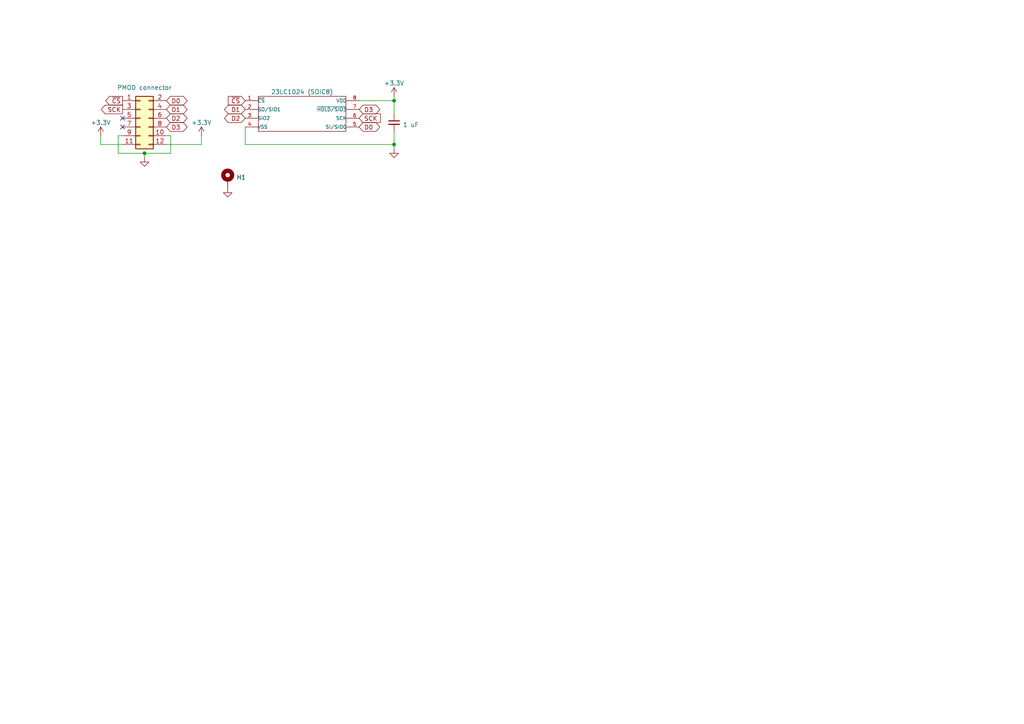
<source format=kicad_sch>
(kicad_sch (version 20230121) (generator eeschema)
  (paper "A4")
  (lib_symbols
    (symbol "Connector_Generic:Conn_02x06_Odd_Even" (pin_names (offset 1.016) hide)
      (property "Reference" "J" (at 1.27 7.62 0))
      (property "Value" "Conn_02x06_Odd_Even" (at 1.27 -10.16 0))
      (symbol "Conn_02x06_Odd_Even_1_1"
        (rectangle (start -1.27 -7.493) (end 0 -7.747) (stroke (width 0.1524)))
        (rectangle (start -1.27 -4.953) (end 0 -5.207) (stroke (width 0.1524)))
        (rectangle (start -1.27 -2.413) (end 0 -2.667) (stroke (width 0.1524)))
        (rectangle (start -1.27 0.127) (end 0 -0.127) (stroke (width 0.1524)))
        (rectangle (start -1.27 2.667) (end 0 2.413) (stroke (width 0.1524)))
        (rectangle (start -1.27 5.207) (end 0 4.953) (stroke (width 0.1524)))
        (rectangle (start -1.27 6.35) (end 3.81 -8.89) (stroke (width 0.254)) (fill (type background)))
        (rectangle (start 3.81 -7.493) (end 2.54 -7.747) (stroke (width 0.1524)))
        (rectangle (start 3.81 -4.953) (end 2.54 -5.207) (stroke (width 0.1524)))
        (rectangle (start 3.81 -2.413) (end 2.54 -2.667) (stroke (width 0.1524)))
        (rectangle (start 3.81 0.127) (end 2.54 -0.127) (stroke (width 0.1524)))
        (rectangle (start 3.81 2.667) (end 2.54 2.413) (stroke (width 0.1524)))
        (rectangle (start 3.81 5.207) (end 2.54 4.953) (stroke (width 0.1524)))
        (pin passive line (at -5.08 5.08 0) (length 3.81) (name "Pin_1") (number "1"))
        (pin passive line (at 7.62 -5.08 180) (length 3.81) (name "Pin_10") (number "10"))
        (pin passive line (at -5.08 -7.62 0) (length 3.81) (name "Pin_11") (number "11"))
        (pin passive line (at 7.62 -7.62 180) (length 3.81) (name "Pin_12") (number "12"))
        (pin passive line (at 7.62 5.08 180) (length 3.81) (name "Pin_2") (number "2"))
        (pin passive line (at -5.08 2.54 0) (length 3.81) (name "Pin_3") (number "3"))
        (pin passive line (at 7.62 2.54 180) (length 3.81) (name "Pin_4") (number "4"))
        (pin passive line (at -5.08 0 0) (length 3.81) (name "Pin_5") (number "5"))
        (pin passive line (at 7.62 0 180) (length 3.81) (name "Pin_6") (number "6"))
        (pin passive line (at -5.08 -2.54 0) (length 3.81) (name "Pin_7") (number "7"))
        (pin passive line (at 7.62 -2.54 180) (length 3.81) (name "Pin_8") (number "8"))
        (pin passive line (at -5.08 -5.08 0) (length 3.81) (name "Pin_9") (number "9"))
      )
    )
    (symbol "Device:C_Small" (pin_numbers hide) (pin_names (offset 0.254) hide)
      (property "Reference" "C" (at 0.254 1.778 0))
      (property "Value" "C_Small" (at 0.254 -2.032 0))
      (symbol "C_Small_0_1"
        (polyline (pts (xy -1.524 -0.508) (xy 1.524 -0.508)) (stroke (width 0.3302)))
        (polyline (pts (xy -1.524 0.508) (xy 1.524 0.508)) (stroke (width 0.3048)))
      )
      (symbol "C_Small_1_1"
        (pin passive line (at 0 2.54 270) (length 2.032) (name "~") (number "1"))
        (pin passive line (at 0 -2.54 90) (length 2.032) (name "~") (number "2"))
      )
    )
    (symbol "MCU-23LC1024T-E_ST_TSSOP8_:MCU-23LC1024T-E{slash}ST(TSSOP8)" (pin_names (offset 1.016))
      (property "Reference" "U" (at -6.3582 6.3582 0))
      (property "Value" "MCU-23LC1024T-E{slash}ST(TSSOP8)" (at -5.0805 -6.3506 0))
      (symbol "MCU-23LC1024T-E{slash}ST(TSSOP8)_0_0"
        (polyline (pts (xy -15.24 -3.81) (xy -13.97 -3.81)) (stroke (width 0.1524)))
        (polyline (pts (xy -15.24 -1.27) (xy -13.97 -1.27)) (stroke (width 0.1524)))
        (polyline (pts (xy -15.24 1.27) (xy -13.97 1.27)) (stroke (width 0.1524)))
        (polyline (pts (xy -15.24 3.81) (xy -13.97 3.81)) (stroke (width 0.1524)))
        (polyline (pts (xy -13.97 -5.08) (xy -13.97 -3.81)) (stroke (width 0.1524)))
        (polyline (pts (xy -13.97 -3.81) (xy -13.97 -1.27)) (stroke (width 0.1524)))
        (polyline (pts (xy -13.97 -1.27) (xy -13.97 1.27)) (stroke (width 0.1524)))
        (polyline (pts (xy -13.97 1.27) (xy -13.97 3.81)) (stroke (width 0.1524)))
        (polyline (pts (xy -13.97 3.81) (xy -13.97 5.08)) (stroke (width 0.1524)))
        (polyline (pts (xy -13.97 5.08) (xy 11.43 5.08)) (stroke (width 0.1524)))
        (polyline (pts (xy 11.43 -5.08) (xy -13.97 -5.08)) (stroke (width 0.1524)))
        (polyline (pts (xy 11.43 -3.81) (xy 11.43 -5.08)) (stroke (width 0.1524)))
        (polyline (pts (xy 11.43 -1.27) (xy 11.43 -3.81)) (stroke (width 0.1524)))
        (polyline (pts (xy 11.43 1.27) (xy 11.43 -1.27)) (stroke (width 0.1524)))
        (polyline (pts (xy 11.43 3.81) (xy 11.43 1.27)) (stroke (width 0.1524)))
        (polyline (pts (xy 11.43 5.08) (xy 11.43 3.81)) (stroke (width 0.1524)))
        (polyline (pts (xy 12.7 -3.81) (xy 11.43 -3.81)) (stroke (width 0.1524)))
        (polyline (pts (xy 12.7 -1.27) (xy 11.43 -1.27)) (stroke (width 0.1524)))
        (polyline (pts (xy 12.7 1.27) (xy 11.43 1.27)) (stroke (width 0.1524)))
        (polyline (pts (xy 12.7 3.81) (xy 11.43 3.81)) (stroke (width 0.1524)))
        (pin bidirectional line (at -17.78 3.81 0) (length 2.54) (name "~{CS}") (number "1"))
        (pin bidirectional line (at -17.78 1.27 0) (length 2.54) (name "SO/SIO1") (number "2"))
        (pin bidirectional line (at -17.78 -1.27 0) (length 2.54) (name "SIO2") (number "3"))
        (pin bidirectional line (at -17.78 -3.81 0) (length 2.54) (name "VSS") (number "4"))
        (pin bidirectional line (at 15.24 -3.81 180) (length 2.54) (name "SI/SIO0") (number "5"))
        (pin bidirectional line (at 15.24 -1.27 180) (length 2.54) (name "SCK") (number "6"))
        (pin bidirectional line (at 15.24 1.27 180) (length 2.54) (name "~{HOLD/SIO3}") (number "7"))
        (pin bidirectional line (at 15.24 3.81 180) (length 2.54) (name "VDD") (number "8"))
      )
    )
    (symbol "Mechanical:MountingHole_Pad" (pin_numbers hide) (pin_names (offset 1.016) hide)
      (property "Reference" "H" (at 0 6.35 0))
      (property "Value" "MountingHole_Pad" (at 0 4.445 0))
      (symbol "MountingHole_Pad_0_1"
        (circle (center 0 1.27) (radius 1.27) (stroke (width 1.27)))
      )
      (symbol "MountingHole_Pad_1_1"
        (pin input line (at 0 -2.54 90) (length 2.54) (name "1") (number "1"))
      )
    )
    (symbol "power:+3.3V" (power) (pin_names (offset 0))
      (property "Value" "+3.3V" (at 0 3.556 0))
      (symbol "+3.3V_0_1"
        (polyline (pts (xy -0.762 1.27) (xy 0 2.54)))
        (polyline (pts (xy 0 0) (xy 0 2.54)))
        (polyline (pts (xy 0 2.54) (xy 0.762 1.27)))
      )
      (symbol "+3.3V_1_1"
        (pin power_in line (at 0 0 90) (length 0) hide (name "+3.3V") (number "1"))
      )
    )
    (symbol "power:GND" (power) (pin_names (offset 0))
      (property "Value" "GND" (at 0 -3.81 0))
      (symbol "GND_0_1"
        (polyline (pts (xy 0 0) (xy 0 -1.27) (xy 1.27 -1.27) (xy 0 -2.54) (xy -1.27 -1.27) (xy 0 -1.27)))
      )
      (symbol "GND_1_1"
        (pin power_in line (at 0 0 270) (length 0) hide (name "GND") (number "1"))
      )
    )
  )
  (junction (at 114.3 29.21))
  (junction (at 41.91 44.45))
  (junction (at 114.3 41.91))
  (no_connect (at 35.56 34.29))
  (no_connect (at 35.56 36.83))
  (wire (pts (xy 71.12 41.91) (xy 114.3 41.91)))
  (wire (pts (xy 114.3 41.91) (xy 114.3 43.18)))
  (wire (pts (xy 48.26 41.91) (xy 58.42 41.91)))
  (wire (pts (xy 49.53 44.45) (xy 49.53 39.37)))
  (wire (pts (xy 35.56 41.91) (xy 29.21 41.91)))
  (wire (pts (xy 114.3 27.94) (xy 114.3 29.21)))
  (wire (pts (xy 114.3 33.02) (xy 114.3 29.21)))
  (wire (pts (xy 48.26 39.37) (xy 49.53 39.37)))
  (wire (pts (xy 34.29 44.45) (xy 41.91 44.45)))
  (wire (pts (xy 35.56 39.37) (xy 34.29 39.37)))
  (wire (pts (xy 114.3 29.21) (xy 104.14 29.21)))
  (wire (pts (xy 114.3 38.1) (xy 114.3 41.91)))
  (wire (pts (xy 41.91 44.45) (xy 49.53 44.45)))
  (wire (pts (xy 29.21 39.37) (xy 29.21 41.91)))
  (wire (pts (xy 58.42 41.91) (xy 58.42 39.37)))
  (wire (pts (xy 34.29 39.37) (xy 34.29 44.45)))
  (wire (pts (xy 71.12 36.83) (xy 71.12 41.91)))
  (wire (pts (xy 41.91 45.72) (xy 41.91 44.45)))
  (global_label "D2" (shape bidirectional) (at 48.26 34.29 0) (property "Intersheetrefs" "${INTERSHEET_REFS}" (effects hide)))
  (global_label "~{CS}" (shape output) (at 35.56 29.21 180) (property "Intersheetrefs" "${INTERSHEET_REFS}" (effects hide)))
  (global_label "D1" (shape bidirectional) (at 48.26 31.75 0) (property "Intersheetrefs" "${INTERSHEET_REFS}" (effects hide)))
  (global_label "D3" (shape bidirectional) (at 48.26 36.83 0) (property "Intersheetrefs" "${INTERSHEET_REFS}" (effects hide)))
  (global_label "D0" (shape bidirectional) (at 48.26 29.21 0) (property "Intersheetrefs" "${INTERSHEET_REFS}" (effects hide)))
  (global_label "~{CS}" (shape input) (at 71.12 29.21 180) (property "Intersheetrefs" "${INTERSHEET_REFS}" (effects hide)))
  (global_label "D2" (shape bidirectional) (at 71.12 34.29 180) (property "Intersheetrefs" "${INTERSHEET_REFS}" (effects hide)))
  (global_label "D3" (shape bidirectional) (at 104.14 31.75 0) (property "Intersheetrefs" "${INTERSHEET_REFS}" (effects hide)))
  (global_label "SCK" (shape output) (at 35.56 31.75 180) (property "Intersheetrefs" "${INTERSHEET_REFS}" (effects hide)))
  (global_label "SCK" (shape input) (at 104.14 34.29 0) (property "Intersheetrefs" "${INTERSHEET_REFS}" (effects hide)))
  (global_label "D0" (shape bidirectional) (at 104.14 36.83 0) (property "Intersheetrefs" "${INTERSHEET_REFS}" (effects hide)))
  (global_label "D1" (shape bidirectional) (at 71.12 31.75 180) (property "Intersheetrefs" "${INTERSHEET_REFS}" (effects hide)))
  (symbol (lib_id "power:GND") (at 41.91 45.72 0) (unit 1)
    (property "Reference" "#PWR04" (effects hide))
    (property "Value" "GND" (effects hide))
  )
  (symbol (lib_id "Mechanical:MountingHole_Pad") (at 66.04 52.07 0) (unit 1)
    (property "Reference" "H1" (at 68.58 51.435 0) (effects (justify left)))
    (property "Value" "MountingHole_Pad" (effects hide))
    (property "Footprint" "MountingHole:MountingHole_2.2mm_M2" (effects hide))
  )
  (symbol (lib_id "MCU-23LC1024T-E_ST_TSSOP8_:MCU-23LC1024T-E{slash}ST(TSSOP8)") (at 88.9 33.02 0) (unit 1)
    (property "Reference" "U1" (effects hide))
    (property "Value" "23LC1024 (SOIC8)" (at 87.63 26.67 0))
    (property "Footprint" "Package_SO:SOIC-8_3.9x4.9mm_P1.27mm" (effects hide))
    (property "MF" "Microchip" (effects hide))
    (property "Description" "\nSRAM Memory IC 1Mb (128K x 8) SPI - Quad I/O 16 MHz 8-TSSOP\n" (effects hide))
    (property "Package" "TSSOP-8 Microchip" (effects hide))
    (property "MPN" "23LC1024T-E/ST" (effects hide))
    (property "Price" "None" (effects hide))
    (property "VALUE" "SRAM 1MB 20MHZ 1.8-5.5V" (effects hide))
    (property "SnapEDA_Link" "https://www.snapeda.com/parts/23LC1024T-E/ST/Microchip/view-part/?ref=snap" (effects hide))
    (property "MP" "23LC1024T-E/ST" (effects hide))
    (property "Purchase-URL" "https://pricing.snapeda.com/search?q=23LC1024T-E/ST&ref=eda" (effects hide))
    (property "Availability" "In Stock" (effects hide))
    (property "Check_prices" "https://www.snapeda.com/parts/23LC1024T-E/ST/Microchip/view-part/?ref=eda" (effects hide))
  )
  (symbol (lib_id "Device:C_Small") (at 114.3 35.56 0) (unit 1)
    (property "Reference" "C1" (effects hide))
    (property "Value" "1 uF" (at 116.84 36.2013 0) (effects (justify left)))
    (property "Footprint" "Capacitor_SMD:C_0402_1005Metric" (effects hide))
  )
  (symbol (lib_id "power:GND") (at 114.3 43.18 0) (unit 1)
    (property "Reference" "#PWR01" (effects hide))
    (property "Value" "GND" (effects hide))
  )
  (symbol (lib_id "power:+3.3V") (at 114.3 27.94 0) (unit 1)
    (property "Reference" "#PWR02" (effects hide))
    (property "Value" "+3.3V" (at 114.3 24.13 0))
  )
  (symbol (lib_id "Connector_Generic:Conn_02x06_Odd_Even") (at 40.64 34.29 0) (unit 1)
    (property "Reference" "J1" (effects hide))
    (property "Value" "PMOD connector" (at 41.91 25.4 0))
    (property "Footprint" "Connector_PinHeader_2.54mm:PinHeader_2x06_P2.54mm_Vertical" (effects hide))
  )
  (symbol (lib_id "power:+3.3V") (at 58.42 39.37 0) (unit 1)
    (property "Reference" "#PWR05" (effects hide))
    (property "Value" "+3.3V" (at 58.42 35.56 0))
  )
  (symbol (lib_id "power:+3.3V") (at 29.21 39.37 0) (unit 1)
    (property "Reference" "#PWR06" (effects hide))
    (property "Value" "+3.3V" (at 29.21 35.56 0))
  )
  (symbol (lib_id "power:GND") (at 66.04 54.61 0) (unit 1)
    (property "Reference" "#PWR03" (effects hide))
    (property "Value" "GND" (effects hide))
  )
)
</source>
